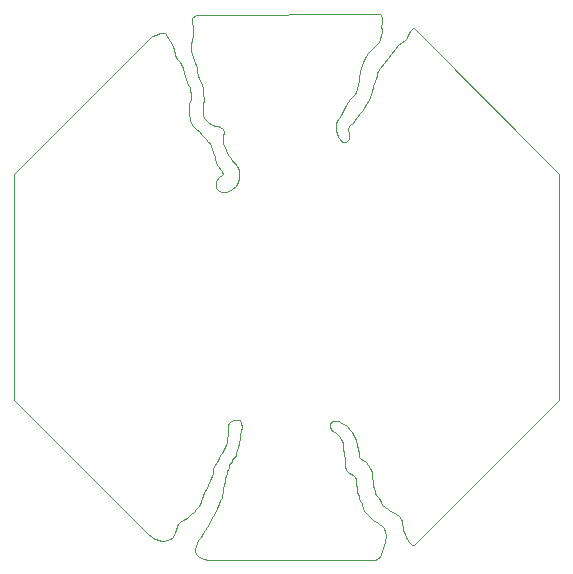
<source format=gm1>
G04 #@! TF.GenerationSoftware,KiCad,Pcbnew,8.0.4*
G04 #@! TF.CreationDate,2024-10-01T08:13:03+02:00*
G04 #@! TF.ProjectId,RP2040_roundStamp_secondIteration,52503230-3430-45f7-926f-756e64537461,rev?*
G04 #@! TF.SameCoordinates,Original*
G04 #@! TF.FileFunction,Profile,NP*
%FSLAX46Y46*%
G04 Gerber Fmt 4.6, Leading zero omitted, Abs format (unit mm)*
G04 Created by KiCad (PCBNEW 8.0.4) date 2024-10-01 08:13:03*
%MOMM*%
%LPD*%
G01*
G04 APERTURE LIST*
G04 #@! TA.AperFunction,Profile*
%ADD10C,0.050000*%
G04 #@! TD*
G04 APERTURE END LIST*
D10*
X164400000Y-90950000D02*
X164200000Y-90750000D01*
X163500000Y-56650000D02*
X163650000Y-56500000D01*
X162200000Y-86450000D02*
X162200000Y-86200000D01*
X161750000Y-58850000D02*
X161850000Y-59000000D01*
X165500000Y-91800000D02*
X165300000Y-91600000D01*
X148371626Y-52662992D02*
X148190133Y-52317217D01*
X149202321Y-50788173D02*
X149122502Y-51242187D01*
X167637416Y-49894989D02*
X167572360Y-50052049D01*
X150050000Y-58450000D02*
X149910189Y-58225170D01*
X149104397Y-57296085D02*
X149002724Y-56496296D01*
X150150000Y-55000000D02*
X150250000Y-55450000D01*
X151950000Y-88100000D02*
X151900000Y-88350000D01*
X151800000Y-88950000D02*
X151750000Y-89200000D01*
X150150000Y-58550000D02*
X150050000Y-58450000D01*
X153350000Y-83850000D02*
X153400000Y-83550000D01*
X148200000Y-91250000D02*
X148450000Y-91100000D01*
X150000000Y-89600000D02*
X150050000Y-89450000D01*
X163464818Y-53069879D02*
X163705637Y-52357835D01*
X165283924Y-49331450D02*
X165344610Y-48923630D01*
X151850000Y-61800000D02*
X151800000Y-61650000D01*
X164603020Y-51105955D02*
X164687482Y-51032701D01*
X164000000Y-55850000D02*
X164200000Y-55500000D01*
X163600000Y-89650000D02*
X163500000Y-89450000D01*
X151900000Y-59250000D02*
X152000000Y-59550000D01*
X151650000Y-85600000D02*
X151750000Y-85400000D01*
X148568970Y-53231811D02*
X148452806Y-52858977D01*
X148658075Y-53539318D02*
X148568970Y-53231811D01*
X152050000Y-87500000D02*
X152100000Y-87350000D01*
X165137098Y-48274832D02*
X165218005Y-48340816D01*
X166950000Y-91050000D02*
X166750000Y-90750000D01*
X153450000Y-83200000D02*
X153400000Y-83550000D01*
X165361821Y-49796673D02*
X165299775Y-49554494D01*
X152850000Y-60900000D02*
X152950000Y-61000000D01*
X163300000Y-88900000D02*
X163250000Y-88750000D01*
X164000000Y-90500000D02*
X163850000Y-90300000D01*
X149581084Y-48358145D02*
X149247719Y-48588074D01*
X152100000Y-59800000D02*
X152200000Y-60000000D01*
X163050000Y-87450000D02*
X162950000Y-87350000D01*
X151150000Y-86550000D02*
X151350000Y-86150000D01*
X163200000Y-84750000D02*
X163100000Y-84350000D01*
X162000000Y-59100000D02*
X162250000Y-59050000D01*
X163981441Y-51822642D02*
X164161574Y-51518418D01*
X152300000Y-83300000D02*
X152300000Y-83050000D01*
X151400000Y-61000000D02*
X151250000Y-60800000D01*
X150600000Y-88100000D02*
X150750000Y-87750000D01*
X147999201Y-91583087D02*
X148056604Y-91444505D01*
X162200000Y-86000000D02*
X162200000Y-85850000D01*
X162100000Y-85350000D02*
X162050000Y-85200000D01*
X162200000Y-85850000D02*
X162150000Y-85600000D01*
X163150000Y-87850000D02*
X163150000Y-87700000D01*
X150050000Y-92500000D02*
X149757574Y-92825565D01*
X149036913Y-54453912D02*
X148890405Y-54284987D01*
X151250000Y-60800000D02*
X151200000Y-60550000D01*
X162278499Y-55933906D02*
X162627557Y-55483174D01*
X160900000Y-83150000D02*
X160950000Y-82950000D01*
X163250000Y-88650000D02*
X163200000Y-88350000D01*
X163800000Y-56250000D02*
X163900000Y-56050000D01*
X151150000Y-60150000D02*
X151050000Y-59900000D01*
X162700000Y-87200000D02*
X162550000Y-87100000D01*
X167621326Y-92945886D02*
X167839502Y-93176969D01*
X163350000Y-89100000D02*
X163300000Y-88900000D01*
X152000000Y-87800000D02*
X152050000Y-87500000D01*
X149578905Y-57979709D02*
X149359144Y-57726322D01*
X151750000Y-61550000D02*
X151600000Y-61350000D01*
X149000000Y-90750000D02*
X149200000Y-90600000D01*
X152950000Y-85600000D02*
X153000000Y-85400000D01*
X161650000Y-58650000D02*
X161750000Y-58850000D01*
X148800000Y-90900000D02*
X149000000Y-90750000D01*
X164900000Y-91300000D02*
X164650000Y-91150000D01*
X148890405Y-54284987D02*
X148658075Y-53539318D01*
X149600000Y-90200000D02*
X149800000Y-89900000D01*
X161604161Y-57169934D02*
X161623295Y-57123740D01*
X161900000Y-84250000D02*
X161700000Y-84000000D01*
X149665057Y-53198749D02*
X149727103Y-53440927D01*
X149495980Y-93718422D02*
X149591810Y-93931299D01*
X166050000Y-90300000D02*
X165800000Y-90150000D01*
X167350000Y-92500000D02*
X167250000Y-92250000D01*
X163500000Y-89450000D02*
X163400000Y-89250000D01*
X150150000Y-54500000D02*
X150150000Y-54750000D01*
X148450000Y-91100000D02*
X148800000Y-90900000D01*
X151550000Y-63200000D02*
X151250000Y-63000000D01*
X164750000Y-53900000D02*
X164850000Y-53700000D01*
X165299856Y-93716129D02*
X165395526Y-93485159D01*
X149154437Y-55476745D02*
X149188063Y-55003597D01*
X164950000Y-53250000D02*
X165000000Y-53100000D01*
X168015775Y-49478043D02*
X167943450Y-49469733D01*
X149881536Y-53721374D02*
X150016835Y-54048015D01*
X152600000Y-86150000D02*
X152650000Y-86050000D01*
X151262946Y-57703108D02*
X151466856Y-57733451D01*
X147911456Y-91925579D02*
X147999201Y-91583087D01*
X162050000Y-85000000D02*
X162000000Y-84550000D01*
X165874034Y-51957144D02*
X165175918Y-52858607D01*
X165030392Y-94340540D02*
X164918213Y-94402314D01*
X164700000Y-54050000D02*
X164750000Y-53900000D01*
X161450000Y-82750000D02*
X161500000Y-82750000D01*
X164850000Y-53700000D02*
X164900000Y-53500000D01*
X162650000Y-57650000D02*
X162850000Y-57500000D01*
X162731154Y-55363727D02*
X163041943Y-55005383D01*
X146173741Y-49999123D02*
X145884055Y-50149729D01*
X150635364Y-57389036D02*
X150966648Y-57634497D01*
X167943450Y-49469733D02*
X167838925Y-49513028D01*
X161604161Y-57169934D02*
X161450000Y-57500000D01*
X161000000Y-83500000D02*
X160900000Y-83150000D01*
X163350000Y-85450000D02*
X163300000Y-85100000D01*
X164150000Y-86400000D02*
X164000000Y-86150000D01*
X149350752Y-50037861D02*
X149243872Y-50426547D01*
X153000000Y-62800000D02*
X152650000Y-63100000D01*
X164550000Y-87800000D02*
X164500000Y-87500000D01*
X151850000Y-59050000D02*
X151900000Y-59250000D01*
X152300000Y-83550000D02*
X152300000Y-83300000D01*
X153300000Y-82650000D02*
X153400000Y-82900000D01*
X161450000Y-83750000D02*
X161150000Y-83600000D01*
X164450000Y-54800000D02*
X164550000Y-54450000D01*
X163400000Y-85750000D02*
X163350000Y-85450000D01*
X162475000Y-57950000D02*
X162550000Y-57750000D01*
X151850000Y-88700000D02*
X151800000Y-88950000D01*
X152100000Y-84750000D02*
X152200000Y-84500000D01*
X151300000Y-90300000D02*
X151050000Y-90750000D01*
X150639892Y-94484492D02*
X164746775Y-94450365D01*
X152750000Y-85850000D02*
X152850000Y-85750000D01*
X149732249Y-94141006D02*
X149991864Y-94324309D01*
X161450000Y-58150000D02*
X161500000Y-58350000D01*
X153200000Y-61500000D02*
X153200000Y-61800000D01*
X163100000Y-84350000D02*
X162950000Y-84000000D01*
X150250000Y-55450000D02*
X150200000Y-56000000D01*
X150300000Y-88700000D02*
X150500000Y-88350000D01*
X161700000Y-84000000D02*
X161450000Y-83750000D01*
X165510331Y-93207995D02*
X165606002Y-92977025D01*
X163550000Y-85950000D02*
X163400000Y-85750000D01*
X164414961Y-51298657D02*
X164603020Y-51105955D01*
X151651632Y-57809988D02*
X151863467Y-57951853D01*
X150500000Y-88350000D02*
X150600000Y-88100000D01*
X165000000Y-53100000D02*
X165175918Y-52858607D01*
X149910189Y-58225170D02*
X149578905Y-57979709D01*
X167409776Y-50287774D02*
X167266982Y-50423457D01*
X149526322Y-93514512D02*
X149495980Y-93718422D01*
X161661563Y-57031353D02*
X161822562Y-56773323D01*
X149176621Y-51372844D02*
X149284860Y-51634156D01*
X151250000Y-62700000D02*
X151300000Y-62400000D01*
X146919682Y-49896793D02*
X146524271Y-49884543D01*
X151466856Y-57733451D02*
X151651632Y-57809988D01*
X150950000Y-59700000D02*
X150850000Y-59450000D01*
X153100000Y-61250000D02*
X153200000Y-61500000D01*
X152500000Y-86300000D02*
X152600000Y-86150000D01*
X164450000Y-87050000D02*
X164400000Y-86850000D01*
X162800000Y-83650000D02*
X162650000Y-83450000D01*
X153250000Y-84450000D02*
X153300000Y-84250000D01*
X148056604Y-91444505D02*
X148200000Y-91250000D01*
X161850000Y-59000000D02*
X162000000Y-59100000D01*
X152200000Y-60000000D02*
X152350000Y-60250000D01*
X164300000Y-55300000D02*
X164400000Y-55050000D01*
X163250000Y-56950000D02*
X163500000Y-56650000D01*
X153150000Y-62500000D02*
X153000000Y-62800000D01*
X161200000Y-82750000D02*
X161450000Y-82750000D01*
X164200000Y-55500000D02*
X164300000Y-55300000D01*
X151300000Y-62400000D02*
X151500000Y-62050000D01*
X151050000Y-86800000D02*
X151150000Y-86550000D01*
X147382265Y-92680534D02*
X147578250Y-92599355D01*
X148016566Y-52082964D02*
X147870058Y-51914040D01*
X146609536Y-92847536D02*
X146422518Y-92802542D01*
X151900000Y-88350000D02*
X151850000Y-88700000D01*
X166300000Y-90450000D02*
X166050000Y-90300000D01*
X163750000Y-86050000D02*
X163550000Y-85950000D01*
X167683995Y-49730276D02*
X167637416Y-49894989D01*
X163100000Y-87600000D02*
X163050000Y-87450000D01*
X164918213Y-94402314D02*
X164746775Y-94450365D01*
X165100000Y-91450000D02*
X164900000Y-91300000D01*
X151800000Y-61900000D02*
X151850000Y-61800000D01*
X162950000Y-57300000D02*
X163250000Y-56950000D01*
X180350000Y-80900000D02*
X180360042Y-61799937D01*
X164650000Y-88400000D02*
X164600000Y-88200000D01*
X163850000Y-90300000D02*
X163750000Y-90100000D01*
X162627557Y-55483174D02*
X162731154Y-55363727D01*
X149368526Y-49341669D02*
X149365243Y-49610907D01*
X164161574Y-51518418D02*
X164414961Y-51298657D01*
X167750636Y-49595521D02*
X167683995Y-49730276D01*
X149247719Y-48588074D02*
X149217376Y-48791984D01*
X152350000Y-60250000D02*
X152450000Y-60400000D01*
X165650000Y-92400000D02*
X165600000Y-92150000D01*
X149188063Y-55003597D02*
X149118092Y-54649896D01*
X163650000Y-89850000D02*
X163600000Y-89650000D01*
X151500000Y-61200000D02*
X151400000Y-61000000D01*
X151050000Y-59900000D02*
X150950000Y-59700000D01*
X165350000Y-89800000D02*
X165250000Y-89600000D01*
X149591810Y-93931299D02*
X149732249Y-94141006D01*
X163041943Y-55005383D02*
X163164674Y-54839742D01*
X152300000Y-83850000D02*
X152300000Y-83550000D01*
X162400000Y-86950000D02*
X162300000Y-86850000D01*
X151350000Y-86150000D02*
X151500000Y-85850000D01*
X153200000Y-84650000D02*
X153250000Y-84450000D01*
X148190133Y-52317217D02*
X148016566Y-52082964D01*
X149200000Y-90600000D02*
X149450000Y-90400000D01*
X150100000Y-54300000D02*
X150150000Y-54500000D01*
X163300000Y-85100000D02*
X163200000Y-84750000D01*
X163750000Y-90100000D02*
X163650000Y-89850000D01*
X165299185Y-48536801D02*
X165320833Y-48589063D01*
X162200000Y-86600000D02*
X162200000Y-86450000D01*
X151050000Y-90750000D02*
X150850000Y-91050000D01*
X162150000Y-85600000D02*
X162100000Y-85350000D01*
X150200000Y-89050000D02*
X150300000Y-88700000D01*
X165154708Y-94197203D02*
X165030392Y-94340540D01*
X145884055Y-50149729D02*
X134202217Y-61784963D01*
X147710982Y-51252833D02*
X147648937Y-51010654D01*
X165250000Y-89600000D02*
X165150000Y-89400000D01*
X149991864Y-94324309D02*
X150252792Y-94399917D01*
X147578250Y-92599355D02*
X147720114Y-92387519D01*
X150850000Y-59450000D02*
X150750000Y-59200000D01*
X149243872Y-50426547D02*
X149202321Y-50788173D01*
X165800000Y-90150000D02*
X165550000Y-90000000D01*
X166750000Y-90750000D02*
X166550000Y-90600000D01*
X150350275Y-57162709D02*
X150635364Y-57389036D01*
X162550000Y-58850000D02*
X162550000Y-58400000D01*
X162550000Y-58400000D02*
X162475000Y-57950000D01*
X151850000Y-58800000D02*
X151850000Y-58950000D01*
X164300000Y-86650000D02*
X164150000Y-86400000D01*
X162400000Y-83150000D02*
X162150000Y-82950000D01*
X152200000Y-87150000D02*
X152250000Y-86950000D01*
X149652336Y-93079632D02*
X149526322Y-93514512D01*
X151500000Y-62050000D02*
X151800000Y-61900000D01*
X146422518Y-92802542D02*
X146153008Y-92669260D01*
X161500000Y-82750000D02*
X161700000Y-82750000D01*
X151600000Y-61350000D02*
X151500000Y-61200000D01*
X162950000Y-84000000D02*
X162800000Y-83650000D01*
X164600000Y-88200000D02*
X164550000Y-87800000D01*
X147648937Y-51010654D02*
X147586892Y-50768476D01*
X167447759Y-92711633D02*
X167621326Y-92945886D01*
X151950000Y-85100000D02*
X152100000Y-84750000D01*
X164700000Y-88600000D02*
X164650000Y-88400000D01*
X164450000Y-87200000D02*
X164450000Y-87050000D01*
X150200000Y-56000000D02*
X150200000Y-56450000D01*
X152950000Y-61000000D02*
X153050000Y-61100000D01*
X152850000Y-85750000D02*
X152950000Y-85600000D01*
X152200000Y-84500000D02*
X152250000Y-84250000D01*
X149450000Y-90400000D02*
X149600000Y-90200000D01*
X152800000Y-82600000D02*
X153050000Y-82600000D01*
X145771047Y-92467751D02*
X145621641Y-92384217D01*
X151000000Y-87100000D02*
X151050000Y-86800000D01*
X152100000Y-87350000D02*
X152200000Y-87150000D01*
X150300000Y-58650000D02*
X150150000Y-58550000D01*
X162300000Y-86850000D02*
X162250000Y-86750000D01*
X150900000Y-87400000D02*
X151000000Y-87100000D01*
X162000000Y-84550000D02*
X161900000Y-84250000D01*
X164650000Y-91150000D02*
X164400000Y-90950000D01*
X167266982Y-50423457D02*
X166648686Y-50870906D01*
X151500000Y-85850000D02*
X151650000Y-85600000D01*
X162550000Y-57750000D02*
X162650000Y-57650000D01*
X162550000Y-87100000D02*
X162400000Y-86950000D01*
X166648686Y-50870906D02*
X165874034Y-51957144D01*
X165299775Y-49554494D02*
X165283924Y-49331450D01*
X167572360Y-50052049D02*
X167479587Y-50197628D01*
X150350000Y-91900000D02*
X150200000Y-92200000D01*
X150850000Y-91050000D02*
X150650000Y-91400000D01*
X163705637Y-52357835D02*
X163981441Y-51822642D01*
X167100000Y-91700000D02*
X167050000Y-91450000D01*
X164000000Y-86150000D02*
X163750000Y-86050000D01*
X162050000Y-85200000D02*
X162050000Y-85000000D01*
X161050000Y-82800000D02*
X161200000Y-82750000D01*
X167000000Y-91200000D02*
X166950000Y-91050000D01*
X164400000Y-86850000D02*
X164300000Y-86650000D01*
X167250000Y-92250000D02*
X167150000Y-91950000D01*
X161623295Y-57123740D02*
X161661563Y-57031353D01*
X152000000Y-59550000D02*
X152100000Y-59800000D01*
X151200000Y-60300000D02*
X151150000Y-60150000D01*
X151200000Y-60550000D02*
X151200000Y-60300000D01*
X149652336Y-93079632D02*
X149757574Y-92825565D01*
X153200000Y-62150000D02*
X153150000Y-62500000D01*
X150450000Y-58800000D02*
X150300000Y-58650000D01*
X150650000Y-91400000D02*
X150350000Y-91900000D01*
X150966648Y-57634497D02*
X151262946Y-57703108D01*
X150200000Y-56450000D02*
X150149648Y-56863128D01*
X152650000Y-63100000D02*
X152200000Y-63300000D01*
X165550000Y-90000000D02*
X165350000Y-89800000D01*
X161822562Y-56773323D02*
X162278499Y-55933906D01*
X152650000Y-86050000D02*
X152750000Y-85850000D01*
X162250000Y-86750000D02*
X162200000Y-86600000D01*
X167838925Y-49513028D02*
X167750636Y-49595521D01*
X167931890Y-93215237D02*
X168050410Y-93242681D01*
X147870058Y-51914040D02*
X147835073Y-51737190D01*
X164600000Y-54250000D02*
X164700000Y-54050000D01*
X165050000Y-89250000D02*
X164950000Y-89100000D01*
X162950000Y-87350000D02*
X162850000Y-87300000D01*
X147239757Y-50299970D02*
X147158578Y-50103986D01*
X163150000Y-87700000D02*
X163100000Y-87600000D01*
X167150000Y-91950000D02*
X167100000Y-91700000D01*
X146859640Y-92897013D02*
X147382265Y-92680534D01*
X152300000Y-83050000D02*
X152400000Y-82850000D01*
X161500000Y-58350000D02*
X161650000Y-58650000D01*
X149365243Y-49610907D02*
X149350752Y-50037861D01*
X152600000Y-60600000D02*
X152750000Y-60800000D01*
X152250000Y-86950000D02*
X152300000Y-86800000D01*
X153050000Y-85150000D02*
X153100000Y-84950000D01*
X152400000Y-86450000D02*
X152500000Y-86300000D01*
X150750000Y-59200000D02*
X150600000Y-59050000D01*
X145981298Y-92587311D02*
X145771047Y-92467751D01*
X149217376Y-48791984D02*
X149252361Y-48968834D01*
X151650000Y-89400000D02*
X151550000Y-89700000D01*
X151400000Y-90050000D02*
X151300000Y-90300000D01*
X147413324Y-50534223D02*
X147239757Y-50299970D01*
X162850000Y-87300000D02*
X162700000Y-87200000D01*
X146859640Y-92897013D02*
X146609536Y-92847536D01*
X163400000Y-89250000D02*
X163350000Y-89100000D01*
X152450000Y-60400000D02*
X152600000Y-60600000D01*
X164200000Y-90750000D02*
X164000000Y-90500000D01*
X164900000Y-53400000D02*
X164950000Y-53250000D01*
X161450000Y-57850000D02*
X161450000Y-58150000D01*
X152400000Y-82850000D02*
X152550000Y-82700000D01*
X151750000Y-63350000D02*
X151550000Y-63200000D01*
X163900000Y-56050000D02*
X164000000Y-55850000D01*
X162200000Y-86200000D02*
X162200000Y-86000000D01*
X149455145Y-52137647D02*
X149641281Y-52864183D01*
X151952573Y-58259359D02*
X151883961Y-58555657D01*
X151250000Y-63000000D02*
X151250000Y-62700000D01*
X153200000Y-61800000D02*
X153200000Y-62150000D01*
X153300000Y-84250000D02*
X153350000Y-84050000D01*
X151800000Y-61650000D02*
X151750000Y-61550000D01*
X167839502Y-93176969D02*
X167931890Y-93215237D01*
X166550000Y-90600000D02*
X166300000Y-90450000D01*
X167479587Y-50197628D02*
X167409776Y-50287774D01*
X163250000Y-88750000D02*
X163250000Y-88650000D01*
X153150000Y-84800000D02*
X153200000Y-84650000D01*
X149359144Y-57726322D02*
X149104397Y-57296085D01*
X168015775Y-49478043D02*
X180360042Y-61799937D01*
X163200000Y-88350000D02*
X163150000Y-88050000D01*
X151750000Y-85400000D02*
X151950000Y-85100000D01*
X165606002Y-92977025D02*
X165650000Y-92400000D01*
X149002724Y-56496296D02*
X149028424Y-55911625D01*
X152000000Y-87800000D02*
X151950000Y-88100000D01*
X164950000Y-89100000D02*
X164800000Y-88950000D01*
X150149648Y-56863128D02*
X150350275Y-57162709D01*
X147586892Y-50768476D02*
X147413324Y-50534223D01*
X161150000Y-83600000D02*
X161000000Y-83500000D01*
X160950000Y-82950000D02*
X161050000Y-82800000D01*
X146153008Y-92669260D02*
X145981298Y-92587311D01*
X149252361Y-48968834D02*
X149368526Y-49341669D01*
X151883961Y-58555657D02*
X151850000Y-58800000D01*
X165154708Y-94197203D02*
X165299856Y-93716129D01*
X163195017Y-54635832D02*
X163252419Y-54497250D01*
X167447759Y-92711633D02*
X167350000Y-92500000D01*
X147834920Y-92110355D02*
X147911456Y-91925579D01*
X165218005Y-48340816D02*
X165267370Y-48404559D01*
X153050000Y-82600000D02*
X153300000Y-82650000D01*
X152200000Y-63300000D02*
X151750000Y-63350000D01*
X162650000Y-83450000D02*
X162400000Y-83150000D01*
X152550000Y-82700000D02*
X152800000Y-82600000D01*
X162150000Y-82950000D02*
X161900000Y-82850000D01*
X165086697Y-50656865D02*
X165361821Y-49796673D01*
X164900000Y-53500000D02*
X164900000Y-53400000D01*
X163650000Y-56500000D02*
X163800000Y-56250000D01*
X163164674Y-54839742D02*
X163195017Y-54635832D01*
X164550000Y-54450000D02*
X164600000Y-54250000D01*
X161900000Y-82850000D02*
X161700000Y-82750000D01*
X165320833Y-48589063D02*
X165344610Y-48923630D01*
X152350000Y-86650000D02*
X152400000Y-86450000D01*
X153100000Y-84950000D02*
X153150000Y-84800000D01*
X151850000Y-58950000D02*
X151850000Y-59050000D01*
X163392924Y-53635415D02*
X163464818Y-53069879D01*
X153050000Y-61100000D02*
X153100000Y-61250000D01*
X165395526Y-93485159D02*
X165510331Y-93207995D01*
X149284860Y-51634156D02*
X149455145Y-52137647D01*
X134173041Y-80931220D02*
X145621641Y-92384217D01*
X165600000Y-92150000D02*
X165500000Y-91800000D01*
X150050000Y-89450000D02*
X150100000Y-89250000D01*
X153000000Y-85400000D02*
X153050000Y-85150000D01*
X164500000Y-87500000D02*
X164450000Y-87200000D01*
X149800000Y-89900000D02*
X150000000Y-89600000D01*
X168050410Y-93242681D02*
X180350000Y-80900000D01*
X152250000Y-84250000D02*
X152300000Y-83850000D01*
X149122502Y-51242187D02*
X149176621Y-51372844D01*
X163252419Y-54497250D02*
X163370507Y-53950848D01*
X161450000Y-57500000D02*
X161450000Y-57850000D01*
X163370507Y-53950848D02*
X163392924Y-53635415D01*
X164687482Y-51032701D02*
X165086697Y-50656865D01*
X150750000Y-87750000D02*
X150900000Y-87400000D01*
X164750000Y-88800000D02*
X164700000Y-88600000D01*
X150100000Y-89250000D02*
X150200000Y-89050000D01*
X164400000Y-55050000D02*
X164450000Y-54800000D01*
X147835073Y-51737190D02*
X147710982Y-51252833D01*
X162250000Y-59050000D02*
X162550000Y-58850000D01*
X149641281Y-52864183D02*
X149665057Y-53198749D01*
X163150000Y-88050000D02*
X163150000Y-87850000D01*
X150200000Y-92200000D02*
X150050000Y-92500000D01*
X164800000Y-88950000D02*
X164750000Y-88800000D01*
X165137098Y-48274832D02*
X149581084Y-48358145D01*
X149118092Y-54649896D02*
X149036913Y-54453912D01*
X167050000Y-91450000D02*
X167000000Y-91200000D01*
X150150000Y-54750000D02*
X150150000Y-55000000D01*
X152750000Y-60800000D02*
X152850000Y-60900000D01*
X148452806Y-52858977D02*
X148371626Y-52662992D01*
X146524271Y-49884543D02*
X146173741Y-49999123D01*
X150016835Y-54048015D02*
X150100000Y-54300000D01*
X147158578Y-50103986D02*
X146919682Y-49896793D01*
X147720114Y-92387519D02*
X147834920Y-92110355D01*
X165300000Y-91600000D02*
X165100000Y-91450000D01*
X149727103Y-53440927D02*
X149881536Y-53721374D01*
X153400000Y-82900000D02*
X153450000Y-83200000D01*
X134202217Y-61784963D02*
X134173041Y-80931220D01*
X151550000Y-89700000D02*
X151400000Y-90050000D01*
X151750000Y-89200000D02*
X151650000Y-89400000D01*
X152300000Y-86800000D02*
X152350000Y-86650000D01*
X150252792Y-94399917D02*
X150639892Y-94484492D01*
X165267370Y-48404559D02*
X165299185Y-48536801D01*
X153350000Y-84050000D02*
X153350000Y-83850000D01*
X165150000Y-89400000D02*
X165050000Y-89250000D01*
X150600000Y-59050000D02*
X150450000Y-58800000D01*
X149028424Y-55911625D02*
X149154437Y-55476745D01*
X151863467Y-57951853D02*
X151952573Y-58259359D01*
X162850000Y-57500000D02*
X162950000Y-57300000D01*
M02*

</source>
